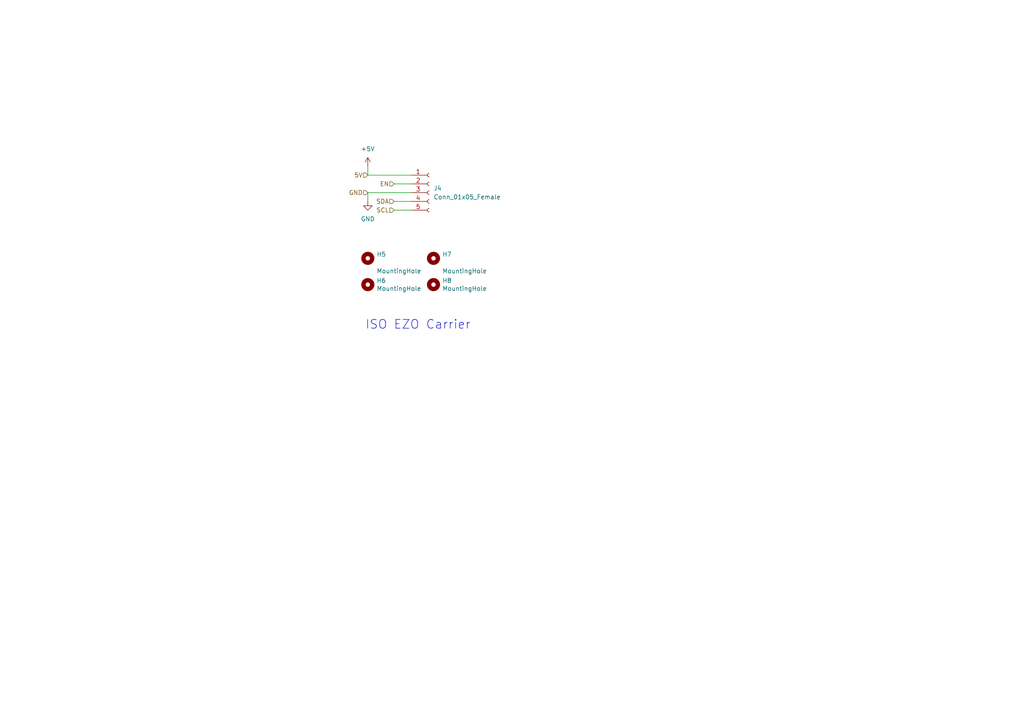
<source format=kicad_sch>
(kicad_sch (version 20231120) (generator "eeschema") (generator_version "8.0")
  (paper "A4")
  (lib_symbols
    (symbol "Connector:Conn_01x05_Female" (pin_names (offset 1.016) hide)
      (property "Reference" "J" (at 0 7.62 0))
      (property "Value" "Conn_01x05_Female" (at 0 -7.62 0))
      (symbol "Conn_01x05_Female_1_1"
        (arc (start 0 -4.572) (mid -0.5058 -5.08) (end 0 -5.588) (stroke (width 0.1524)))
        (arc (start 0 -2.032) (mid -0.5058 -2.54) (end 0 -3.048) (stroke (width 0.1524)))
        (polyline (pts (xy -1.27 -5.08) (xy -0.508 -5.08)) (stroke (width 0.1524)))
        (polyline (pts (xy -1.27 -2.54) (xy -0.508 -2.54)) (stroke (width 0.1524)))
        (polyline (pts (xy -1.27 0) (xy -0.508 0)) (stroke (width 0.1524)))
        (polyline (pts (xy -1.27 2.54) (xy -0.508 2.54)) (stroke (width 0.1524)))
        (polyline (pts (xy -1.27 5.08) (xy -0.508 5.08)) (stroke (width 0.1524)))
        (arc (start 0 0.508) (mid -0.5058 0) (end 0 -0.508) (stroke (width 0.1524)))
        (arc (start 0 3.048) (mid -0.5058 2.54) (end 0 2.032) (stroke (width 0.1524)))
        (arc (start 0 5.588) (mid -0.5058 5.08) (end 0 4.572) (stroke (width 0.1524)))
        (pin passive line (at -5.08 5.08 0) (length 3.81) (name "Pin_1") (number "1"))
        (pin passive line (at -5.08 2.54 0) (length 3.81) (name "Pin_2") (number "2"))
        (pin passive line (at -5.08 0 0) (length 3.81) (name "Pin_3") (number "3"))
        (pin passive line (at -5.08 -2.54 0) (length 3.81) (name "Pin_4") (number "4"))
        (pin passive line (at -5.08 -5.08 0) (length 3.81) (name "Pin_5") (number "5"))
      )
    )
    (symbol "Mechanical:MountingHole" (pin_names (offset 1.016))
      (property "Reference" "H" (at 0 5.08 0))
      (property "Value" "MountingHole" (at 0 3.175 0))
      (symbol "MountingHole_0_1"
        (circle (center 0 0) (radius 1.27) (stroke (width 1.27)))
      )
    )
    (symbol "power:+5V" (power) (pin_names (offset 0))
      (property "Value" "+5V" (at 0 3.556 0))
      (symbol "+5V_0_1"
        (polyline (pts (xy -0.762 1.27) (xy 0 2.54)))
        (polyline (pts (xy 0 0) (xy 0 2.54)))
        (polyline (pts (xy 0 2.54) (xy 0.762 1.27)))
      )
      (symbol "+5V_1_1"
        (pin power_in line (at 0 0 90) (length 0) hide (name "+5V") (number "1"))
      )
    )
    (symbol "power:GND" (power) (pin_names (offset 0))
      (property "Value" "GND" (at 0 -3.81 0))
      (symbol "GND_0_1"
        (polyline (pts (xy 0 0) (xy 0 -1.27) (xy 1.27 -1.27) (xy 0 -2.54) (xy -1.27 -1.27) (xy 0 -1.27)))
      )
      (symbol "GND_1_1"
        (pin power_in line (at 0 0 270) (length 0) hide (name "GND") (number "1"))
      )
    )
  )
  (wire (pts (xy 106.68 48.26) (xy 106.68 50.8)))
  (wire (pts (xy 114.3 60.96) (xy 119.38 60.96)))
  (wire (pts (xy 106.68 58.42) (xy 106.68 55.88)))
  (wire (pts (xy 106.68 50.8) (xy 119.38 50.8)))
  (wire (pts (xy 114.3 53.34) (xy 119.38 53.34)))
  (wire (pts (xy 114.3 58.42) (xy 119.38 58.42)))
  (wire (pts (xy 106.68 55.88) (xy 119.38 55.88)))
  (text "ISO EZO Carrier" (at 105.918 95.758 0) (effects (font (size 2.54 2.54)) (justify left bottom)))
  (hierarchical_label "GND" (shape input) (at 106.68 55.88 180))
  (hierarchical_label "SDA" (shape input) (at 114.3 58.42 180))
  (hierarchical_label "EN" (shape input) (at 114.3 53.34 180))
  (hierarchical_label "5V" (shape input) (at 106.68 50.8 180))
  (hierarchical_label "SCL" (shape input) (at 114.3 60.96 180))
  (symbol (lib_id "Mechanical:MountingHole") (at 106.68 74.93 0) (unit 1)
    (property "Reference" "H5" (at 109.22 73.7616 0) (effects (justify left)))
    (property "Value" "MountingHole" (at 109.22 78.613 0) (effects (justify left)))
    (property "Footprint" "MountingHole:MountingHole_3.2mm_M3_DIN965_Pad" (effects (hide yes)))
    (instances (project "BREAD_Slice" (path "" (reference "H5") (unit 1)) (path "" (reference "H9") (unit 1))))
  )
  (symbol (lib_id "Connector:Conn_01x05_Female") (at 124.46 55.88 0) (unit 1)
    (property "Reference" "J4" (at 125.73 54.6099 0) (effects (justify left)))
    (property "Value" "Conn_01x05_Female" (at 125.73 57.1499 0) (effects (justify left)))
    (property "Footprint" "Connector_PinSocket_2.54mm:PinSocket_1x05_P2.54mm_Vertical" (effects (hide yes)))
    (instances (project "BREAD_Slice" (path "" (reference "J4") (unit 1)) (path "" (reference "J5") (unit 1))))
  )
  (symbol (lib_id "Mechanical:MountingHole") (at 125.73 82.55 0) (unit 1)
    (property "Reference" "H8" (at 128.27 81.3816 0) (effects (justify left)))
    (property "Value" "MountingHole" (at 128.27 83.693 0) (effects (justify left)))
    (property "Footprint" "MountingHole:MountingHole_3.2mm_M3_DIN965_Pad" (effects (hide yes)))
    (instances (project "BREAD_Slice" (path "" (reference "H8") (unit 1)) (path "" (reference "H12") (unit 1))))
  )
  (symbol (lib_id "Mechanical:MountingHole") (at 106.68 82.55 0) (unit 1)
    (property "Reference" "H6" (at 109.22 81.3816 0) (effects (justify left)))
    (property "Value" "MountingHole" (at 109.22 83.693 0) (effects (justify left)))
    (property "Footprint" "MountingHole:MountingHole_3.2mm_M3_DIN965_Pad" (effects (hide yes)))
    (instances (project "BREAD_Slice" (path "" (reference "H6") (unit 1)) (path "" (reference "H10") (unit 1))))
  )
  (symbol (lib_id "power:GND") (at 106.68 58.42 0) (unit 1)
    (property "Reference" "#PWR011" (effects (hide yes)))
    (property "Value" "GND" (at 106.68 63.5 0))
    (instances (project "BREAD_Slice" (path "" (reference "#PWR011") (unit 1)) (path "" (reference "#PWR015") (unit 1))))
  )
  (symbol (lib_id "Mechanical:MountingHole") (at 125.73 74.93 0) (unit 1)
    (property "Reference" "H7" (at 128.27 73.7616 0) (effects (justify left)))
    (property "Value" "MountingHole" (at 128.27 78.613 0) (effects (justify left)))
    (property "Footprint" "MountingHole:MountingHole_3.2mm_M3_DIN965_Pad" (effects (hide yes)))
    (instances (project "BREAD_Slice" (path "" (reference "H7") (unit 1)) (path "" (reference "H11") (unit 1))))
  )
  (symbol (lib_id "power:+5V") (at 106.68 48.26 0) (unit 1)
    (property "Reference" "#PWR010" (effects (hide yes)))
    (property "Value" "+5V" (at 106.68 43.18 0))
    (instances (project "BREAD_Slice" (path "" (reference "#PWR010") (unit 1)) (path "" (reference "#PWR014") (unit 1))))
  )
)
</source>
